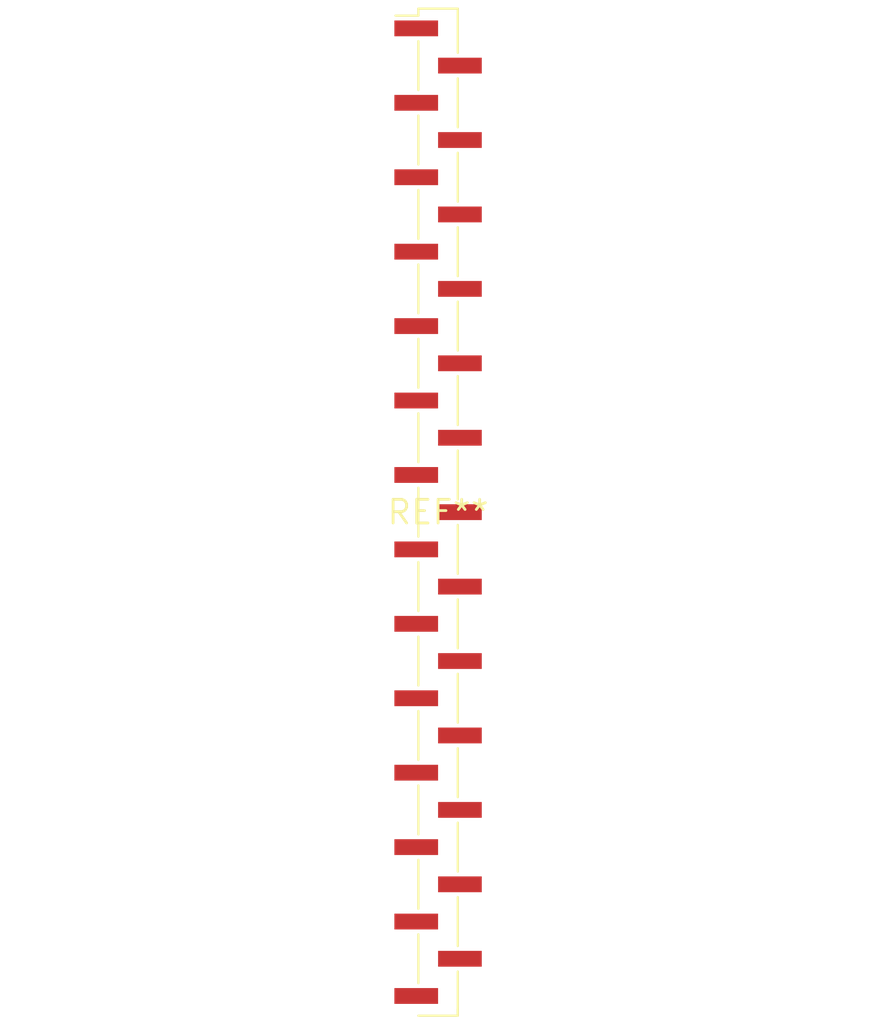
<source format=kicad_pcb>
(kicad_pcb (version 20240108) (generator pcbnew)
  (layers (0 "F.Cu" signal) (31 "B.Cu" signal) (34 "B.Paste" user) (35 "F.Paste" user) (36 "B.SilkS" user "B.Silkscreen") (37 "F.SilkS" user "F.Silkscreen") (38 "B.Mask" user) (39 "F.Mask" user) (44 "Edge.Cuts" user))
  (net 0 "")
  (footprint "PinHeader_1x27_P2.00mm_Vertical_SMD_Pin1Left" (layer "F.Cu") (at 0 0)
    (property "Reference" "REF**")
    (property "Value" "PinHeader_1x27_P2.00mm_Vertical_SMD_Pin1Left")
    (fp_line (start -1.06 -27.06) (end -1.06 -26.685) (layer "F.SilkS") (stroke (width 0.12)))
    (fp_line (start -1.06 -27.06) (end 1.06 -27.06) (layer "F.SilkS") (stroke (width 0.12)))
    (fp_line (start -1.06 -26.685) (end -2.29 -26.685) (layer "F.SilkS") (stroke (width 0.12)))
    (fp_line (start -1.06 -25.315) (end -1.06 -22.685) (layer "F.SilkS") (stroke (width 0.12)))
    (fp_line (start -1.06 -21.315) (end -1.06 -18.685) (layer "F.SilkS") (stroke (width 0.12)))
    (fp_line (start -1.06 -17.315) (end -1.06 -14.685) (layer "F.SilkS") (stroke (width 0.12)))
    (fp_line (start -1.06 -13.315) (end -1.06 -10.685) (layer "F.SilkS") (stroke (width 0.12)))
    (fp_line (start -1.06 -9.315) (end -1.06 -6.685) (layer "F.SilkS") (stroke (width 0.12)))
    (fp_line (start -1.06 -5.315) (end -1.06 -2.685) (layer "F.SilkS") (stroke (width 0.12)))
    (fp_line (start -1.06 -1.315) (end -1.06 1.315) (layer "F.SilkS") (stroke (width 0.12)))
    (fp_line (start -1.06 2.685) (end -1.06 5.315) (layer "F.SilkS") (stroke (width 0.12)))
    (fp_line (start -1.06 6.685) (end -1.06 9.315) (layer "F.SilkS") (stroke (width 0.12)))
    (fp_line (start -1.06 10.685) (end -1.06 13.315) (layer "F.SilkS") (stroke (width 0.12)))
    (fp_line (start -1.06 14.685) (end -1.06 17.315) (layer "F.SilkS") (stroke (width 0.12)))
    (fp_line (start -1.06 18.685) (end -1.06 21.315) (layer "F.SilkS") (stroke (width 0.12)))
    (fp_line (start -1.06 22.685) (end -1.06 25.315) (layer "F.SilkS") (stroke (width 0.12)))
    (fp_line (start -1.06 27.06) (end 1.06 27.06) (layer "F.SilkS") (stroke (width 0.12)))
    (fp_line (start 1.06 -27.06) (end 1.06 -24.685) (layer "F.SilkS") (stroke (width 0.12)))
    (fp_line (start 1.06 -23.315) (end 1.06 -20.685) (layer "F.SilkS") (stroke (width 0.12)))
    (fp_line (start 1.06 -19.315) (end 1.06 -16.685) (layer "F.SilkS") (stroke (width 0.12)))
    (fp_line (start 1.06 -15.315) (end 1.06 -12.685) (layer "F.SilkS") (stroke (width 0.12)))
    (fp_line (start 1.06 -11.315) (end 1.06 -8.685) (layer "F.SilkS") (stroke (width 0.12)))
    (fp_line (start 1.06 -7.315) (end 1.06 -4.685) (layer "F.SilkS") (stroke (width 0.12)))
    (fp_line (start 1.06 -3.315) (end 1.06 -0.685) (layer "F.SilkS") (stroke (width 0.12)))
    (fp_line (start 1.06 0.685) (end 1.06 3.315) (layer "F.SilkS") (stroke (width 0.12)))
    (fp_line (start 1.06 4.685) (end 1.06 7.315) (layer "F.SilkS") (stroke (width 0.12)))
    (fp_line (start 1.06 8.685) (end 1.06 11.315) (layer "F.SilkS") (stroke (width 0.12)))
    (fp_line (start 1.06 12.685) (end 1.06 15.315) (layer "F.SilkS") (stroke (width 0.12)))
    (fp_line (start 1.06 16.685) (end 1.06 19.315) (layer "F.SilkS") (stroke (width 0.12)))
    (fp_line (start 1.06 20.685) (end 1.06 23.315) (layer "F.SilkS") (stroke (width 0.12)))
    (fp_line (start 1.06 24.685) (end 1.06 27.06) (layer "F.SilkS") (stroke (width 0.12)))
    (fp_line (start 1.06 26.685) (end 1.06 27.06) (layer "F.SilkS") (stroke (width 0.12)))
    (pad "1" smd rect (at -1.175 -26) (size 2.35 0.85) (layers "F.Cu" "F.Paste" "F.Mask"))
    (pad "2" smd rect (at 1.175 -24) (size 2.35 0.85) (layers "F.Cu" "F.Paste" "F.Mask"))
    (pad "3" smd rect (at -1.175 -22) (size 2.35 0.85) (layers "F.Cu" "F.Paste" "F.Mask"))
    (pad "4" smd rect (at 1.175 -20) (size 2.35 0.85) (layers "F.Cu" "F.Paste" "F.Mask"))
    (pad "5" smd rect (at -1.175 -18) (size 2.35 0.85) (layers "F.Cu" "F.Paste" "F.Mask"))
    (pad "6" smd rect (at 1.175 -16) (size 2.35 0.85) (layers "F.Cu" "F.Paste" "F.Mask"))
    (pad "7" smd rect (at -1.175 -14) (size 2.35 0.85) (layers "F.Cu" "F.Paste" "F.Mask"))
    (pad "8" smd rect (at 1.175 -12) (size 2.35 0.85) (layers "F.Cu" "F.Paste" "F.Mask"))
    (pad "9" smd rect (at -1.175 -10) (size 2.35 0.85) (layers "F.Cu" "F.Paste" "F.Mask"))
    (pad "10" smd rect (at 1.175 -8) (size 2.35 0.85) (layers "F.Cu" "F.Paste" "F.Mask"))
    (pad "11" smd rect (at -1.175 -6) (size 2.35 0.85) (layers "F.Cu" "F.Paste" "F.Mask"))
    (pad "12" smd rect (at 1.175 -4) (size 2.35 0.85) (layers "F.Cu" "F.Paste" "F.Mask"))
    (pad "13" smd rect (at -1.175 -2) (size 2.35 0.85) (layers "F.Cu" "F.Paste" "F.Mask"))
    (pad "14" smd rect (at 1.175 0) (size 2.35 0.85) (layers "F.Cu" "F.Paste" "F.Mask"))
    (pad "15" smd rect (at -1.175 2) (size 2.35 0.85) (layers "F.Cu" "F.Paste" "F.Mask"))
    (pad "16" smd rect (at 1.175 4) (size 2.35 0.85) (layers "F.Cu" "F.Paste" "F.Mask"))
    (pad "17" smd rect (at -1.175 6) (size 2.35 0.85) (layers "F.Cu" "F.Paste" "F.Mask"))
    (pad "18" smd rect (at 1.175 8) (size 2.35 0.85) (layers "F.Cu" "F.Paste" "F.Mask"))
    (pad "19" smd rect (at -1.175 10) (size 2.35 0.85) (layers "F.Cu" "F.Paste" "F.Mask"))
    (pad "20" smd rect (at 1.175 12) (size 2.35 0.85) (layers "F.Cu" "F.Paste" "F.Mask"))
    (pad "21" smd rect (at -1.175 14) (size 2.35 0.85) (layers "F.Cu" "F.Paste" "F.Mask"))
    (pad "22" smd rect (at 1.175 16) (size 2.35 0.85) (layers "F.Cu" "F.Paste" "F.Mask"))
    (pad "23" smd rect (at -1.175 18) (size 2.35 0.85) (layers "F.Cu" "F.Paste" "F.Mask"))
    (pad "24" smd rect (at 1.175 20) (size 2.35 0.85) (layers "F.Cu" "F.Paste" "F.Mask"))
    (pad "25" smd rect (at -1.175 22) (size 2.35 0.85) (layers "F.Cu" "F.Paste" "F.Mask"))
    (pad "26" smd rect (at 1.175 24) (size 2.35 0.85) (layers "F.Cu" "F.Paste" "F.Mask"))
    (pad "27" smd rect (at -1.175 26) (size 2.35 0.85) (layers "F.Cu" "F.Paste" "F.Mask"))
  )
)
</source>
